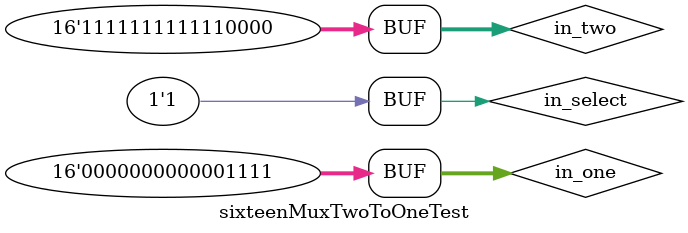
<source format=v>
`timescale 1ns / 1ps


module sixteenMuxTwoToOneTest;

	// Inputs
	reg [15:0] in_one;
	reg [15:0] in_two;
	reg in_select;

	// Outputs
	wire [15:0] ou_result;

	// Instantiate the Unit Under Test (UUT)
	sixteenMuxTwoToOne uut (
		.in_one(in_one), 
		.in_two(in_two), 
		.in_select(in_select), 
		.ou_result(ou_result)
	);

	initial begin
		// Initialize Inputs
		in_one = 16'h00;
		in_two = 16'h00;
		in_select = 0;

		// Wait 100 ns for global reset to finish
		#100;
		in_one = 16'h1111;
		in_two = 16'h1111;
		in_select = 0;
		
		#100;
		in_one = 16'hAAAA;
		in_two = 16'h5555;
		in_select = 0;
		
		#100;
		in_one = 16'hAAAA;
		in_two = 16'h5555;
		in_select = 1;
		
		#100;
		in_one = 16'hfff8;
		in_two = 16'h001f;
		in_select = 0;
		
		#100;
		in_one = 16'h000f;
		in_two = 16'hfff0;
		in_select = 1;
        
		// Add stimulus here

	end
      
endmodule


</source>
